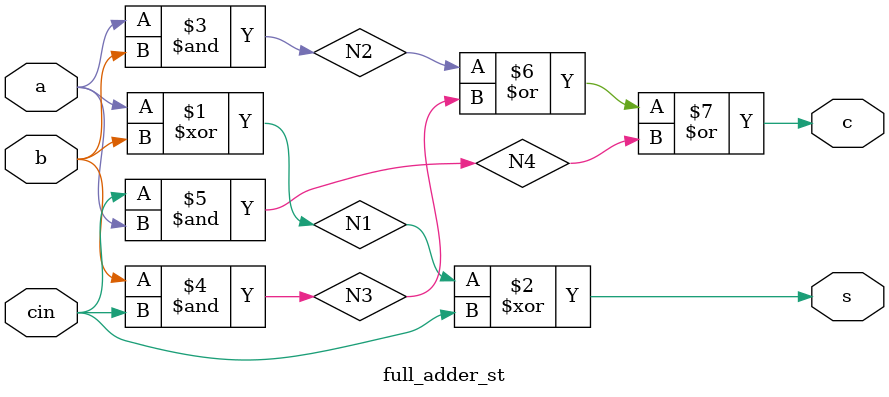
<source format=v>
module full_adder_st(a, b, cin, s, c);

input a, b, cin;
output s, c;

wire N1, N2, N3, N4;

// s = a ^ b ^ cin
xor xor1(N1, a, b);
xor xor2(s, N1, cin);

// c = a & b 
and and1(N2, a, b);
and and2(N3, b, cin);
and and3(N4, cin, a);
or or1(c, N2, N3, N4);

endmodule
</source>
